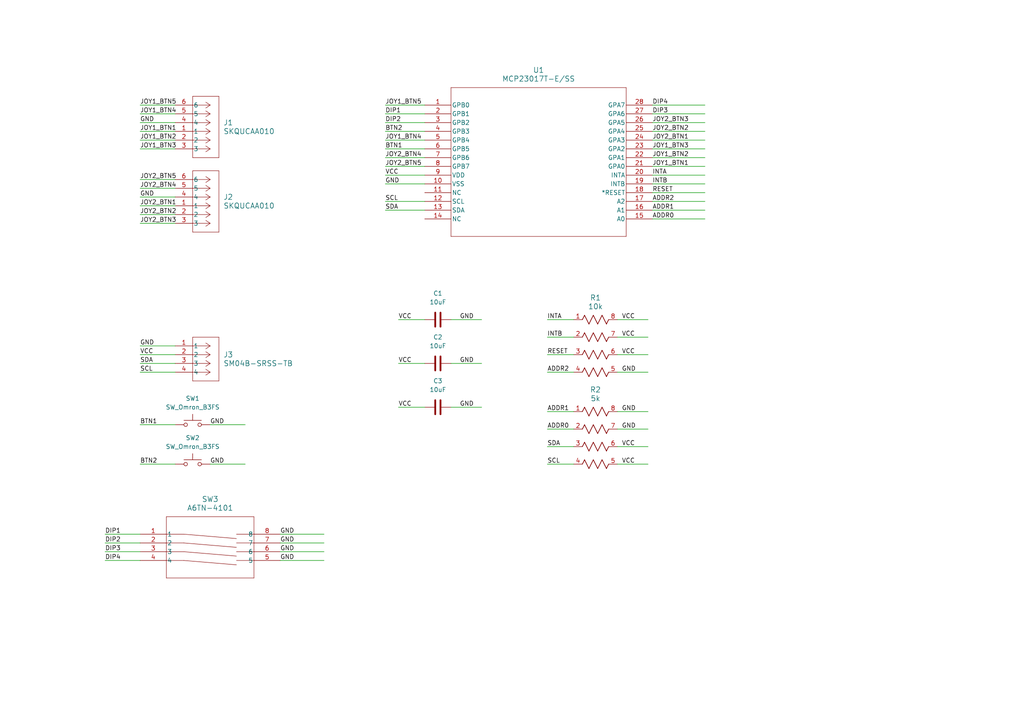
<source format=kicad_sch>
(kicad_sch (version 20231120) (generator "eeschema") (generator_version "8.0")
  (paper "A4")
  (lib_symbols
    (symbol "A6TN_4101:A6TN-4101" (pin_names (offset 0.254))
      (property "Reference" "SW" (at 20.32 10.16 0))
      (property "Value" "A6TN-4101" (at 20.32 7.62 0))
      (symbol "A6TN-4101_0_1"
        (polyline (pts (xy 7.62 -12.7) (xy 33.02 -12.7)) (stroke (width 0.127)))
        (polyline (pts (xy 7.62 -7.62) (xy 12.7 -7.62)) (stroke (width 0.127)))
        (polyline (pts (xy 7.62 -5.08) (xy 12.7 -5.08)) (stroke (width 0.127)))
        (polyline (pts (xy 7.62 -2.54) (xy 12.7 -2.54)) (stroke (width 0.127)))
        (polyline (pts (xy 7.62 0) (xy 12.7 0)) (stroke (width 0.127)))
        (polyline (pts (xy 7.62 5.08) (xy 7.62 -12.7)) (stroke (width 0.127)))
        (polyline (pts (xy 12.7 -7.62) (xy 27.94 -8.89)) (stroke (width 0.127)))
        (polyline (pts (xy 12.7 -5.08) (xy 27.94 -6.35)) (stroke (width 0.127)))
        (polyline (pts (xy 12.7 -2.54) (xy 27.94 -3.81)) (stroke (width 0.127)))
        (polyline (pts (xy 12.7 0) (xy 27.94 -1.27)) (stroke (width 0.127)))
        (polyline (pts (xy 27.94 -7.62) (xy 33.02 -7.62)) (stroke (width 0.127)))
        (polyline (pts (xy 27.94 -2.54) (xy 33.02 -2.54)) (stroke (width 0.127)))
        (polyline (pts (xy 33.02 -12.7) (xy 33.02 5.08)) (stroke (width 0.127)))
        (polyline (pts (xy 33.02 -5.08) (xy 27.94 -5.08)) (stroke (width 0.127)))
        (polyline (pts (xy 33.02 0) (xy 27.94 0)) (stroke (width 0.127)))
        (polyline (pts (xy 33.02 5.08) (xy 7.62 5.08)) (stroke (width 0.127)))
        (pin unspecified line (at 0 0 0) (length 7.62) (name "1") (number "1"))
        (pin unspecified line (at 0 -2.54 0) (length 7.62) (name "2") (number "2"))
        (pin unspecified line (at 0 -5.08 0) (length 7.62) (name "3") (number "3"))
        (pin unspecified line (at 0 -7.62 0) (length 7.62) (name "4") (number "4"))
        (pin unspecified line (at 40.64 -7.62 180) (length 7.62) (name "5") (number "5"))
        (pin unspecified line (at 40.64 -5.08 180) (length 7.62) (name "6") (number "6"))
        (pin unspecified line (at 40.64 -2.54 180) (length 7.62) (name "7") (number "7"))
        (pin unspecified line (at 40.64 0 180) (length 7.62) (name "8") (number "8"))
      )
    )
    (symbol "Device:C" (pin_numbers hide) (pin_names (offset 0.254))
      (property "Reference" "C" (at 0.635 2.54 0))
      (property "Value" "C" (at 0.635 -2.54 0))
      (symbol "C_0_1"
        (polyline (pts (xy -2.032 -0.762) (xy 2.032 -0.762)) (stroke (width 0.508)))
        (polyline (pts (xy -2.032 0.762) (xy 2.032 0.762)) (stroke (width 0.508)))
      )
      (symbol "C_1_1"
        (pin passive line (at 0 3.81 270) (length 2.794) (name "~") (number "1"))
        (pin passive line (at 0 -3.81 90) (length 2.794) (name "~") (number "2"))
      )
    )
    (symbol "EXB_V8V103JV:EXB-V8V103JV" (pin_names (offset 0.254))
      (property "Reference" "R" (at 7.62 2.54 0))
      (property "Value" "EXB-V8V103JV" (at 5.08 -17.78 0))
      (symbol "EXB-V8V103JV_0_1"
        (polyline (pts (xy 2.54 -15.24) (xy 3.175 -13.97)) (stroke (width 0.2032)))
        (polyline (pts (xy 2.54 -10.16) (xy 3.175 -8.89)) (stroke (width 0.2032)))
        (polyline (pts (xy 2.54 -5.08) (xy 3.175 -3.81)) (stroke (width 0.2032)))
        (polyline (pts (xy 2.54 0) (xy 3.175 1.27)) (stroke (width 0.2032)))
        (polyline (pts (xy 3.175 -13.97) (xy 4.445 -16.51)) (stroke (width 0.2032)))
        (polyline (pts (xy 3.175 -8.89) (xy 4.445 -11.43)) (stroke (width 0.2032)))
        (polyline (pts (xy 3.175 -3.81) (xy 4.445 -6.35)) (stroke (width 0.2032)))
        (polyline (pts (xy 3.175 1.27) (xy 4.445 -1.27)) (stroke (width 0.2032)))
        (polyline (pts (xy 4.445 -16.51) (xy 5.715 -13.97)) (stroke (width 0.2032)))
        (polyline (pts (xy 4.445 -11.43) (xy 5.715 -8.89)) (stroke (width 0.2032)))
        (polyline (pts (xy 4.445 -6.35) (xy 5.715 -3.81)) (stroke (width 0.2032)))
        (polyline (pts (xy 4.445 -1.27) (xy 5.715 1.27)) (stroke (width 0.2032)))
        (polyline (pts (xy 5.715 -13.97) (xy 6.985 -16.51)) (stroke (width 0.2032)))
        (polyline (pts (xy 5.715 -8.89) (xy 6.985 -11.43)) (stroke (width 0.2032)))
        (polyline (pts (xy 5.715 -3.81) (xy 6.985 -6.35)) (stroke (width 0.2032)))
        (polyline (pts (xy 5.715 1.27) (xy 6.985 -1.27)) (stroke (width 0.2032)))
        (polyline (pts (xy 6.985 -16.51) (xy 8.255 -13.97)) (stroke (width 0.2032)))
        (polyline (pts (xy 6.985 -11.43) (xy 8.255 -8.89)) (stroke (width 0.2032)))
        (polyline (pts (xy 6.985 -6.35) (xy 8.255 -3.81)) (stroke (width 0.2032)))
        (polyline (pts (xy 6.985 -1.27) (xy 8.255 1.27)) (stroke (width 0.2032)))
        (polyline (pts (xy 8.255 -13.97) (xy 9.525 -16.51)) (stroke (width 0.2032)))
        (polyline (pts (xy 8.255 -8.89) (xy 9.525 -11.43)) (stroke (width 0.2032)))
        (polyline (pts (xy 8.255 -3.81) (xy 9.525 -6.35)) (stroke (width 0.2032)))
        (polyline (pts (xy 8.255 1.27) (xy 9.525 -1.27)) (stroke (width 0.2032)))
        (polyline (pts (xy 9.525 -16.51) (xy 10.16 -15.24)) (stroke (width 0.2032)))
        (polyline (pts (xy 9.525 -11.43) (xy 10.16 -10.16)) (stroke (width 0.2032)))
        (polyline (pts (xy 9.525 -6.35) (xy 10.16 -5.08)) (stroke (width 0.2032)))
        (polyline (pts (xy 9.525 -1.27) (xy 10.16 0)) (stroke (width 0.2032)))
        (pin unspecified line (at 0 0 0) (length 2.54) (name "") (number "1"))
        (pin unspecified line (at 0 -5.08 0) (length 2.54) (name "") (number "2"))
        (pin unspecified line (at 0 -10.16 0) (length 2.54) (name "") (number "3"))
        (pin unspecified line (at 0 -15.24 0) (length 2.54) (name "") (number "4"))
        (pin unspecified line (at 12.7 -15.24 180) (length 2.54) (name "") (number "5"))
        (pin unspecified line (at 12.7 -10.16 180) (length 2.54) (name "") (number "6"))
        (pin unspecified line (at 12.7 -5.08 180) (length 2.54) (name "") (number "7"))
        (pin unspecified line (at 12.7 0 180) (length 2.54) (name "") (number "8"))
      )
    )
    (symbol "MCP23017T_E_SS:MCP23017T-E_SS" (pin_names (offset 0.254))
      (property "Reference" "U" (at 33.02 10.16 0))
      (property "Value" "MCP23017T-E/SS" (at 33.02 7.62 0))
      (symbol "MCP23017T-E_SS_0_1"
        (polyline (pts (xy 7.62 -38.1) (xy 58.42 -38.1)) (stroke (width 0.127)))
        (polyline (pts (xy 7.62 5.08) (xy 7.62 -38.1)) (stroke (width 0.127)))
        (polyline (pts (xy 58.42 -38.1) (xy 58.42 5.08)) (stroke (width 0.127)))
        (polyline (pts (xy 58.42 5.08) (xy 7.62 5.08)) (stroke (width 0.127)))
        (pin unspecified line (at 0 0 0) (length 7.62) (name "GPB0") (number "1"))
        (pin unspecified line (at 0 -22.86 0) (length 7.62) (name "VSS") (number "10"))
        (pin unspecified line (at 0 -25.4 0) (length 7.62) (name "NC") (number "11"))
        (pin unspecified line (at 0 -27.94 0) (length 7.62) (name "SCL") (number "12"))
        (pin unspecified line (at 0 -30.48 0) (length 7.62) (name "SDA") (number "13"))
        (pin unspecified line (at 0 -33.02 0) (length 7.62) (name "NC") (number "14"))
        (pin unspecified line (at 66.04 -33.02 180) (length 7.62) (name "A0") (number "15"))
        (pin unspecified line (at 66.04 -30.48 180) (length 7.62) (name "A1") (number "16"))
        (pin unspecified line (at 66.04 -27.94 180) (length 7.62) (name "A2") (number "17"))
        (pin unspecified line (at 66.04 -25.4 180) (length 7.62) (name "*RESET") (number "18"))
        (pin unspecified line (at 66.04 -22.86 180) (length 7.62) (name "INTB") (number "19"))
        (pin unspecified line (at 0 -2.54 0) (length 7.62) (name "GPB1") (number "2"))
        (pin unspecified line (at 66.04 -20.32 180) (length 7.62) (name "INTA") (number "20"))
        (pin unspecified line (at 66.04 -17.78 180) (length 7.62) (name "GPA0") (number "21"))
        (pin unspecified line (at 66.04 -15.24 180) (length 7.62) (name "GPA1") (number "22"))
        (pin unspecified line (at 66.04 -12.7 180) (length 7.62) (name "GPA2") (number "23"))
        (pin unspecified line (at 66.04 -10.16 180) (length 7.62) (name "GPA3") (number "24"))
        (pin unspecified line (at 66.04 -7.62 180) (length 7.62) (name "GPA4") (number "25"))
        (pin unspecified line (at 66.04 -5.08 180) (length 7.62) (name "GPA5") (number "26"))
        (pin unspecified line (at 66.04 -2.54 180) (length 7.62) (name "GPA6") (number "27"))
        (pin unspecified line (at 66.04 0 180) (length 7.62) (name "GPA7") (number "28"))
        (pin unspecified line (at 0 -5.08 0) (length 7.62) (name "GPB2") (number "3"))
        (pin unspecified line (at 0 -7.62 0) (length 7.62) (name "GPB3") (number "4"))
        (pin unspecified line (at 0 -10.16 0) (length 7.62) (name "GPB4") (number "5"))
        (pin unspecified line (at 0 -12.7 0) (length 7.62) (name "GPB5") (number "6"))
        (pin unspecified line (at 0 -15.24 0) (length 7.62) (name "GPB6") (number "7"))
        (pin unspecified line (at 0 -17.78 0) (length 7.62) (name "GPB7") (number "8"))
        (pin unspecified line (at 0 -20.32 0) (length 7.62) (name "VDD") (number "9"))
      )
    )
    (symbol "SKQUCAA010:SKQUCAA010" (pin_names (offset 0.254))
      (property "Reference" "J" (at 8.89 6.35 0))
      (property "Value" "SKQUCAA010" (at 0 0 0))
      (symbol "SKQUCAA010_0_1"
        (polyline (pts (xy 5.08 -15.24) (xy 12.7 -15.24)) (stroke (width 0.127)))
        (polyline (pts (xy 5.08 2.54) (xy 5.08 -15.24)) (stroke (width 0.127)))
        (polyline (pts (xy 10.16 -12.7) (xy 5.08 -12.7)) (stroke (width 0.127)))
        (polyline (pts (xy 10.16 -12.7) (xy 8.89 -13.5467)) (stroke (width 0.127)))
        (polyline (pts (xy 10.16 -12.7) (xy 8.89 -11.8533)) (stroke (width 0.127)))
        (polyline (pts (xy 10.16 -10.16) (xy 5.08 -10.16)) (stroke (width 0.127)))
        (polyline (pts (xy 10.16 -10.16) (xy 8.89 -11.0067)) (stroke (width 0.127)))
        (polyline (pts (xy 10.16 -10.16) (xy 8.89 -9.3133)) (stroke (width 0.127)))
        (polyline (pts (xy 10.16 -7.62) (xy 5.08 -7.62)) (stroke (width 0.127)))
        (polyline (pts (xy 10.16 -7.62) (xy 8.89 -8.4667)) (stroke (width 0.127)))
        (polyline (pts (xy 10.16 -7.62) (xy 8.89 -6.7733)) (stroke (width 0.127)))
        (polyline (pts (xy 10.16 -5.08) (xy 5.08 -5.08)) (stroke (width 0.127)))
        (polyline (pts (xy 10.16 -5.08) (xy 8.89 -5.9267)) (stroke (width 0.127)))
        (polyline (pts (xy 10.16 -5.08) (xy 8.89 -4.2333)) (stroke (width 0.127)))
        (polyline (pts (xy 10.16 -2.54) (xy 5.08 -2.54)) (stroke (width 0.127)))
        (polyline (pts (xy 10.16 -2.54) (xy 8.89 -3.3867)) (stroke (width 0.127)))
        (polyline (pts (xy 10.16 -2.54) (xy 8.89 -1.6933)) (stroke (width 0.127)))
        (polyline (pts (xy 10.16 0) (xy 5.08 0)) (stroke (width 0.127)))
        (polyline (pts (xy 10.16 0) (xy 8.89 -0.8467)) (stroke (width 0.127)))
        (polyline (pts (xy 10.16 0) (xy 8.89 0.8467)) (stroke (width 0.127)))
        (polyline (pts (xy 12.7 -15.24) (xy 12.7 2.54)) (stroke (width 0.127)))
        (polyline (pts (xy 12.7 2.54) (xy 5.08 2.54)) (stroke (width 0.127)))
        (pin unspecified line (at 0 -7.62 0) (length 5.08) (name "1") (number "1"))
        (pin unspecified line (at 0 -10.16 0) (length 5.08) (name "2") (number "2"))
        (pin unspecified line (at 0 -12.7 0) (length 5.08) (name "3") (number "3"))
        (pin unspecified line (at 0 -5.08 0) (length 5.08) (name "4") (number "4"))
        (pin unspecified line (at 0 -2.54 0) (length 5.08) (name "5") (number "5"))
        (pin unspecified line (at 0 0 0) (length 5.08) (name "6") (number "6"))
      )
    )
    (symbol "SM04B_SRSS_TB:SM04B-SRSS-TB" (pin_names (offset 0.254))
      (property "Reference" "J" (at 8.89 6.35 0))
      (property "Value" "SM04B-SRSS-TB" (at 0 0 0))
      (symbol "SM04B-SRSS-TB_1_1"
        (polyline (pts (xy 5.08 -10.16) (xy 12.7 -10.16)) (stroke (width 0.127)))
        (polyline (pts (xy 5.08 2.54) (xy 5.08 -10.16)) (stroke (width 0.127)))
        (polyline (pts (xy 10.16 -7.62) (xy 5.08 -7.62)) (stroke (width 0.127)))
        (polyline (pts (xy 10.16 -7.62) (xy 8.89 -8.4667)) (stroke (width 0.127)))
        (polyline (pts (xy 10.16 -7.62) (xy 8.89 -6.7733)) (stroke (width 0.127)))
        (polyline (pts (xy 10.16 -5.08) (xy 5.08 -5.08)) (stroke (width 0.127)))
        (polyline (pts (xy 10.16 -5.08) (xy 8.89 -5.9267)) (stroke (width 0.127)))
        (polyline (pts (xy 10.16 -5.08) (xy 8.89 -4.2333)) (stroke (width 0.127)))
        (polyline (pts (xy 10.16 -2.54) (xy 5.08 -2.54)) (stroke (width 0.127)))
        (polyline (pts (xy 10.16 -2.54) (xy 8.89 -3.3867)) (stroke (width 0.127)))
        (polyline (pts (xy 10.16 -2.54) (xy 8.89 -1.6933)) (stroke (width 0.127)))
        (polyline (pts (xy 10.16 0) (xy 5.08 0)) (stroke (width 0.127)))
        (polyline (pts (xy 10.16 0) (xy 8.89 -0.8467)) (stroke (width 0.127)))
        (polyline (pts (xy 10.16 0) (xy 8.89 0.8467)) (stroke (width 0.127)))
        (polyline (pts (xy 12.7 -10.16) (xy 12.7 2.54)) (stroke (width 0.127)))
        (polyline (pts (xy 12.7 2.54) (xy 5.08 2.54)) (stroke (width 0.127)))
        (pin unspecified line (at 0 0 0) (length 5.08) (name "1") (number "1"))
        (pin unspecified line (at 0 -2.54 0) (length 5.08) (name "2") (number "2"))
        (pin unspecified line (at 0 -5.08 0) (length 5.08) (name "3") (number "3"))
        (pin unspecified line (at 0 -7.62 0) (length 5.08) (name "4") (number "4"))
      )
      (symbol "SM04B-SRSS-TB_1_2"
        (polyline (pts (xy 5.08 -10.16) (xy 12.7 -10.16)) (stroke (width 0.127)))
        (polyline (pts (xy 5.08 2.54) (xy 5.08 -10.16)) (stroke (width 0.127)))
        (polyline (pts (xy 7.62 -7.62) (xy 5.08 -7.62)) (stroke (width 0.127)))
        (polyline (pts (xy 7.62 -7.62) (xy 8.89 -8.4667)) (stroke (width 0.127)))
        (polyline (pts (xy 7.62 -7.62) (xy 8.89 -6.7733)) (stroke (width 0.127)))
        (polyline (pts (xy 7.62 -5.08) (xy 5.08 -5.08)) (stroke (width 0.127)))
        (polyline (pts (xy 7.62 -5.08) (xy 8.89 -5.9267)) (stroke (width 0.127)))
        (polyline (pts (xy 7.62 -5.08) (xy 8.89 -4.2333)) (stroke (width 0.127)))
        (polyline (pts (xy 7.62 -2.54) (xy 5.08 -2.54)) (stroke (width 0.127)))
        (polyline (pts (xy 7.62 -2.54) (xy 8.89 -3.3867)) (stroke (width 0.127)))
        (polyline (pts (xy 7.62 -2.54) (xy 8.89 -1.6933)) (stroke (width 0.127)))
        (polyline (pts (xy 7.62 0) (xy 5.08 0)) (stroke (width 0.127)))
        (polyline (pts (xy 7.62 0) (xy 8.89 -0.8467)) (stroke (width 0.127)))
        (polyline (pts (xy 7.62 0) (xy 8.89 0.8467)) (stroke (width 0.127)))
        (polyline (pts (xy 12.7 -10.16) (xy 12.7 2.54)) (stroke (width 0.127)))
        (polyline (pts (xy 12.7 2.54) (xy 5.08 2.54)) (stroke (width 0.127)))
        (pin unspecified line (at 0 0 0) (length 5.08) (name "1") (number "1"))
        (pin unspecified line (at 0 -2.54 0) (length 5.08) (name "2") (number "2"))
        (pin unspecified line (at 0 -5.08 0) (length 5.08) (name "3") (number "3"))
        (pin unspecified line (at 0 -7.62 0) (length 5.08) (name "4") (number "4"))
      )
    )
    (symbol "Switch:SW_Omron_B3FS" (pin_numbers hide) (pin_names (offset 1.016) hide)
      (property "Reference" "SW" (at 1.27 2.54 0))
      (property "Value" "SW_Omron_B3FS" (at 0 -1.524 0))
      (symbol "SW_Omron_B3FS_0_1"
        (circle (center -2.032 0) (radius 0.508))
        (polyline (pts (xy 0 1.27) (xy 0 3.048)))
        (polyline (pts (xy 2.54 1.27) (xy -2.54 1.27)))
        (circle (center 2.032 0) (radius 0.508))
        (pin passive line (at -5.08 0 0) (length 2.54) (name "1") (number "1"))
        (pin passive line (at 5.08 0 180) (length 2.54) (name "2") (number "2"))
      )
    )
  )
  (wire (pts (xy 130.81 92.71) (xy 139.7 92.71)))
  (wire (pts (xy 30.48 160.02) (xy 40.64 160.02)))
  (wire (pts (xy 189.23 30.48) (xy 204.47 30.48)))
  (wire (pts (xy 40.64 33.02) (xy 50.8 33.02)))
  (wire (pts (xy 189.23 48.26) (xy 204.47 48.26)))
  (wire (pts (xy 158.75 107.95) (xy 166.37 107.95)))
  (wire (pts (xy 111.76 45.72) (xy 123.19 45.72)))
  (wire (pts (xy 189.23 63.5) (xy 204.47 63.5)))
  (wire (pts (xy 40.64 52.07) (xy 50.8 52.07)))
  (wire (pts (xy 60.96 134.62) (xy 71.12 134.62)))
  (wire (pts (xy 40.64 102.87) (xy 50.8 102.87)))
  (wire (pts (xy 111.76 58.42) (xy 123.19 58.42)))
  (wire (pts (xy 40.64 105.41) (xy 50.8 105.41)))
  (wire (pts (xy 115.57 92.71) (xy 123.19 92.71)))
  (wire (pts (xy 111.76 40.64) (xy 123.19 40.64)))
  (wire (pts (xy 179.07 119.38) (xy 187.96 119.38)))
  (wire (pts (xy 81.28 160.02) (xy 93.98 160.02)))
  (wire (pts (xy 158.75 124.46) (xy 166.37 124.46)))
  (wire (pts (xy 40.64 30.48) (xy 50.8 30.48)))
  (wire (pts (xy 115.57 118.11) (xy 123.19 118.11)))
  (wire (pts (xy 40.64 40.64) (xy 50.8 40.64)))
  (wire (pts (xy 111.76 35.56) (xy 123.19 35.56)))
  (wire (pts (xy 158.75 129.54) (xy 166.37 129.54)))
  (wire (pts (xy 111.76 43.18) (xy 123.19 43.18)))
  (wire (pts (xy 179.07 124.46) (xy 187.96 124.46)))
  (wire (pts (xy 40.64 123.19) (xy 50.8 123.19)))
  (wire (pts (xy 158.75 119.38) (xy 166.37 119.38)))
  (wire (pts (xy 189.23 38.1) (xy 204.47 38.1)))
  (wire (pts (xy 40.64 57.15) (xy 50.8 57.15)))
  (wire (pts (xy 40.64 100.33) (xy 50.8 100.33)))
  (wire (pts (xy 189.23 53.34) (xy 204.47 53.34)))
  (wire (pts (xy 40.64 35.56) (xy 50.8 35.56)))
  (wire (pts (xy 40.64 59.69) (xy 50.8 59.69)))
  (wire (pts (xy 40.64 64.77) (xy 50.8 64.77)))
  (wire (pts (xy 111.76 53.34) (xy 123.19 53.34)))
  (wire (pts (xy 189.23 33.02) (xy 204.47 33.02)))
  (wire (pts (xy 111.76 38.1) (xy 123.19 38.1)))
  (wire (pts (xy 111.76 33.02) (xy 123.19 33.02)))
  (wire (pts (xy 111.76 60.96) (xy 123.19 60.96)))
  (wire (pts (xy 158.75 97.79) (xy 166.37 97.79)))
  (wire (pts (xy 40.64 38.1) (xy 50.8 38.1)))
  (wire (pts (xy 81.28 157.48) (xy 93.98 157.48)))
  (wire (pts (xy 189.23 58.42) (xy 204.47 58.42)))
  (wire (pts (xy 130.81 105.41) (xy 139.7 105.41)))
  (wire (pts (xy 30.48 162.56) (xy 40.64 162.56)))
  (wire (pts (xy 179.07 134.62) (xy 187.96 134.62)))
  (wire (pts (xy 189.23 43.18) (xy 204.47 43.18)))
  (wire (pts (xy 189.23 45.72) (xy 204.47 45.72)))
  (wire (pts (xy 179.07 92.71) (xy 187.96 92.71)))
  (wire (pts (xy 30.48 154.94) (xy 40.64 154.94)))
  (wire (pts (xy 130.81 118.11) (xy 139.7 118.11)))
  (wire (pts (xy 115.57 105.41) (xy 123.19 105.41)))
  (wire (pts (xy 189.23 60.96) (xy 204.47 60.96)))
  (wire (pts (xy 81.28 162.56) (xy 93.98 162.56)))
  (wire (pts (xy 40.64 62.23) (xy 50.8 62.23)))
  (wire (pts (xy 40.64 134.62) (xy 50.8 134.62)))
  (wire (pts (xy 189.23 50.8) (xy 204.47 50.8)))
  (wire (pts (xy 60.96 123.19) (xy 71.12 123.19)))
  (wire (pts (xy 40.64 107.95) (xy 50.8 107.95)))
  (wire (pts (xy 179.07 129.54) (xy 187.96 129.54)))
  (wire (pts (xy 189.23 35.56) (xy 204.47 35.56)))
  (wire (pts (xy 179.07 107.95) (xy 187.96 107.95)))
  (wire (pts (xy 40.64 54.61) (xy 50.8 54.61)))
  (wire (pts (xy 179.07 97.79) (xy 187.96 97.79)))
  (wire (pts (xy 30.48 157.48) (xy 40.64 157.48)))
  (wire (pts (xy 158.75 92.71) (xy 166.37 92.71)))
  (wire (pts (xy 189.23 55.88) (xy 204.47 55.88)))
  (wire (pts (xy 179.07 102.87) (xy 187.96 102.87)))
  (wire (pts (xy 40.64 43.18) (xy 50.8 43.18)))
  (wire (pts (xy 111.76 30.48) (xy 123.19 30.48)))
  (wire (pts (xy 81.28 154.94) (xy 93.98 154.94)))
  (wire (pts (xy 111.76 50.8) (xy 123.19 50.8)))
  (wire (pts (xy 111.76 48.26) (xy 123.19 48.26)))
  (wire (pts (xy 158.75 102.87) (xy 166.37 102.87)))
  (wire (pts (xy 158.75 134.62) (xy 166.37 134.62)))
  (wire (pts (xy 189.23 40.64) (xy 204.47 40.64)))
  (label "JOY2_BTN3" (at 189.23 35.56 0))
  (label "JOY2_BTN1" (at 189.23 40.64 0))
  (label "ADDR1" (at 189.23 60.96 0))
  (label "SDA" (at 111.76 60.96 0))
  (label "GND" (at 81.28 162.56 0))
  (label "RESET" (at 158.75 102.87 0))
  (label "DIP1" (at 111.76 33.02 0))
  (label "DIP3" (at 30.48 160.02 0))
  (label "GND" (at 133.35 105.41 0))
  (label "GND" (at 180.34 107.95 0))
  (label "VCC" (at 180.34 134.62 0))
  (label "JOY1_BTN3" (at 40.64 43.18 0))
  (label "DIP4" (at 30.48 162.56 0))
  (label "GND" (at 180.34 124.46 0))
  (label "INTA" (at 158.75 92.71 0))
  (label "VCC" (at 115.57 92.71 0))
  (label "JOY1_BTN4" (at 40.64 33.02 0))
  (label "JOY2_BTN4" (at 40.64 54.61 0))
  (label "GND" (at 111.76 53.34 0))
  (label "GND" (at 180.34 119.38 0))
  (label "JOY2_BTN2" (at 189.23 38.1 0))
  (label "DIP2" (at 111.76 35.56 0))
  (label "JOY2_BTN5" (at 111.76 48.26 0))
  (label "ADDR2" (at 158.75 107.95 0))
  (label "DIP1" (at 30.48 154.94 0))
  (label "VCC" (at 115.57 105.41 0))
  (label "VCC" (at 180.34 92.71 0))
  (label "JOY2_BTN5" (at 40.64 52.07 0))
  (label "GND" (at 133.35 118.11 0))
  (label "DIP4" (at 189.23 30.48 0))
  (label "JOY2_BTN3" (at 40.64 64.77 0))
  (label "JOY2_BTN4" (at 111.76 45.72 0))
  (label "VCC" (at 180.34 102.87 0))
  (label "RESET" (at 189.23 55.88 0))
  (label "INTB" (at 189.23 53.34 0))
  (label "BTN1" (at 111.76 43.18 0))
  (label "VCC" (at 180.34 97.79 0))
  (label "VCC" (at 40.64 102.87 0))
  (label "JOY1_BTN2" (at 189.23 45.72 0))
  (label "VCC" (at 180.34 129.54 0))
  (label "SCL" (at 158.75 134.62 0))
  (label "GND" (at 40.64 100.33 0))
  (label "INTA" (at 189.23 50.8 0))
  (label "BTN1" (at 40.64 123.19 0))
  (label "VCC" (at 111.76 50.8 0))
  (label "GND" (at 40.64 57.15 0))
  (label "ADDR0" (at 158.75 124.46 0))
  (label "JOY1_BTN2" (at 40.64 40.64 0))
  (label "JOY1_BTN3" (at 189.23 43.18 0))
  (label "SDA" (at 40.64 105.41 0))
  (label "GND" (at 81.28 160.02 0))
  (label "ADDR1" (at 158.75 119.38 0))
  (label "JOY1_BTN1" (at 189.23 48.26 0))
  (label "GND" (at 133.35 92.71 0))
  (label "JOY2_BTN1" (at 40.64 59.69 0))
  (label "INTB" (at 158.75 97.79 0))
  (label "SDA" (at 158.75 129.54 0))
  (label "JOY2_BTN2" (at 40.64 62.23 0))
  (label "DIP3" (at 189.23 33.02 0))
  (label "VCC" (at 115.57 118.11 0))
  (label "ADDR2" (at 189.23 58.42 0))
  (label "JOY1_BTN4" (at 111.76 40.64 0))
  (label "JOY1_BTN5" (at 40.64 30.48 0))
  (label "GND" (at 60.96 123.19 0))
  (label "BTN2" (at 40.64 134.62 0))
  (label "ADDR0" (at 189.23 63.5 0))
  (label "GND" (at 60.96 134.62 0))
  (label "JOY1_BTN1" (at 40.64 38.1 0))
  (label "GND" (at 81.28 157.48 0))
  (label "DIP2" (at 30.48 157.48 0))
  (label "SCL" (at 111.76 58.42 0))
  (label "GND" (at 81.28 154.94 0))
  (label "SCL" (at 40.64 107.95 0))
  (label "JOY1_BTN5" (at 111.76 30.48 0))
  (label "GND" (at 40.64 35.56 0))
  (label "BTN2" (at 111.76 38.1 0))
  (symbol (lib_id "SKQUCAA010:SKQUCAA010") (at 50.8 52.07 0) (unit 1)
    (property "Reference" "J2" (at 64.77 57.1499 0) (effects (font (size 1.524 1.524)) (justify left)))
    (property "Value" "SKQUCAA010" (at 64.77 59.6899 0) (effects (font (size 1.524 1.524)) (justify left)))
    (property "Footprint" "CONN_SKQUC_ALPS" (effects (hide yes)))
    (property "Datasheet" "SKQUCAA010" (effects (hide yes)))
  )
  (symbol (lib_id "MCP23017T_E_SS:MCP23017T-E_SS") (at 123.19 30.48 0) (unit 1)
    (property "Reference" "U1" (at 156.21 20.32 0) (effects (font (size 1.524 1.524))))
    (property "Value" "MCP23017T-E/SS" (at 156.21 22.86 0) (effects (font (size 1.524 1.524))))
    (property "Footprint" "SSOP28_MC_MCH" (effects (hide yes)))
    (property "Datasheet" "MCP23017T-E/SS" (effects (hide yes)))
  )
  (symbol (lib_id "SKQUCAA010:SKQUCAA010") (at 50.8 30.48 0) (unit 1)
    (property "Reference" "J1" (at 64.77 35.5599 0) (effects (font (size 1.524 1.524)) (justify left)))
    (property "Value" "SKQUCAA010" (at 64.77 38.0999 0) (effects (font (size 1.524 1.524)) (justify left)))
    (property "Footprint" "CONN_SKQUC_ALPS" (effects (hide yes)))
    (property "Datasheet" "SKQUCAA010" (effects (hide yes)))
  )
  (symbol (lib_id "SM04B_SRSS_TB:SM04B-SRSS-TB") (at 50.8 100.33 0) (unit 1)
    (property "Reference" "J3" (at 64.77 102.8699 0) (effects (font (size 1.524 1.524)) (justify left)))
    (property "Value" "SM04B-SRSS-TB" (at 64.77 105.4099 0) (effects (font (size 1.524 1.524)) (justify left)))
    (property "Footprint" "CONN_SM04B-SRSS-TB_JST" (effects (hide yes)))
    (property "Datasheet" "SM04B-SRSS-TB" (effects (hide yes)))
  )
  (symbol (lib_id "Device:C") (at 127 118.11 90) (unit 1)
    (property "Reference" "C3" (at 127 110.49 90))
    (property "Value" "10uF" (at 127 113.03 90))
    (property "Footprint" "Capacitor_SMD:C_1206_3216Metric" (effects (hide yes)))
    (property "Description" "Unpolarized capacitor" (effects (hide yes)))
  )
  (symbol (lib_id "Switch:SW_Omron_B3FS") (at 55.88 123.19 0) (unit 1)
    (property "Reference" "SW1" (at 55.88 115.57 0))
    (property "Value" "SW_Omron_B3FS" (at 55.88 118.11 0))
    (property "Footprint" "Button_Switch_THT:SW_TH_Tactile_Omron_B3F-10xx" (effects (hide yes)))
    (property "Datasheet" "https://omronfs.omron.com/en_US/ecb/products/pdf/en-b3fs.pdf" (effects (hide yes)))
    (property "Description" "Omron B3FS 6x6mm single pole normally-open tactile switch" (effects (hide yes)))
  )
  (symbol (lib_id "Switch:SW_Omron_B3FS") (at 55.88 134.62 0) (unit 1)
    (property "Reference" "SW2" (at 55.88 127 0))
    (property "Value" "SW_Omron_B3FS" (at 55.88 129.54 0))
    (property "Footprint" "Button_Switch_THT:SW_TH_Tactile_Omron_B3F-10xx" (effects (hide yes)))
    (property "Datasheet" "https://omronfs.omron.com/en_US/ecb/products/pdf/en-b3fs.pdf" (effects (hide yes)))
    (property "Description" "Omron B3FS 6x6mm single pole normally-open tactile switch" (effects (hide yes)))
  )
  (symbol (lib_id "EXB_V8V103JV:EXB-V8V103JV") (at 166.37 119.38 0) (unit 1)
    (property "Reference" "R2" (at 172.72 113.03 0) (effects (font (size 1.524 1.524))))
    (property "Value" "5k" (at 172.72 115.57 0) (effects (font (size 1.524 1.524))))
    (property "Footprint" "EXBV8V_PAN" (effects (hide yes)))
    (property "Datasheet" "EXB-V8V103JV" (effects (hide yes)))
  )
  (symbol (lib_id "EXB_V8V103JV:EXB-V8V103JV") (at 166.37 92.71 0) (unit 1)
    (property "Reference" "R1" (at 172.72 86.36 0) (effects (font (size 1.524 1.524))))
    (property "Value" "10k" (at 172.72 88.9 0) (effects (font (size 1.524 1.524))))
    (property "Footprint" "EXBV8V_PAN" (effects (hide yes)))
    (property "Datasheet" "EXB-V8V103JV" (effects (hide yes)))
  )
  (symbol (lib_id "Device:C") (at 127 105.41 90) (unit 1)
    (property "Reference" "C2" (at 127 97.79 90))
    (property "Value" "10uF" (at 127 100.33 90))
    (property "Footprint" "Capacitor_SMD:C_1206_3216Metric" (effects (hide yes)))
    (property "Description" "Unpolarized capacitor" (effects (hide yes)))
  )
  (symbol (lib_id "A6TN_4101:A6TN-4101") (at 40.64 154.94 0) (unit 1)
    (property "Reference" "SW3" (at 60.96 144.78 0) (effects (font (size 1.524 1.524))))
    (property "Value" "A6TN-4101" (at 60.96 147.32 0) (effects (font (size 1.524 1.524))))
    (property "Footprint" "SW_A6TN-4101_OMR" (effects (hide yes)))
    (property "Datasheet" "A6TN-4101" (effects (hide yes)))
  )
  (symbol (lib_id "Device:C") (at 127 92.71 90) (unit 1)
    (property "Reference" "C1" (at 127 85.09 90))
    (property "Value" "10uF" (at 127 87.63 90))
    (property "Footprint" "Capacitor_SMD:C_1206_3216Metric" (effects (hide yes)))
    (property "Description" "Unpolarized capacitor" (effects (hide yes)))
  )
)
</source>
